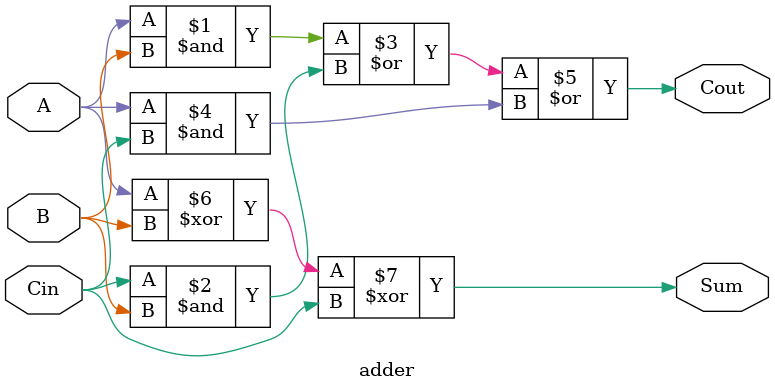
<source format=sv>
`timescale 1ns / 1ps


module adder(
    input A,
    input B,
    input Cin,
    output Cout,
    output Sum
    );
    assign Cout = (A & B) | (Cin & B) |(A & Cin) ;
    assign Sum = A ^ B ^ Cin;
endmodule

</source>
